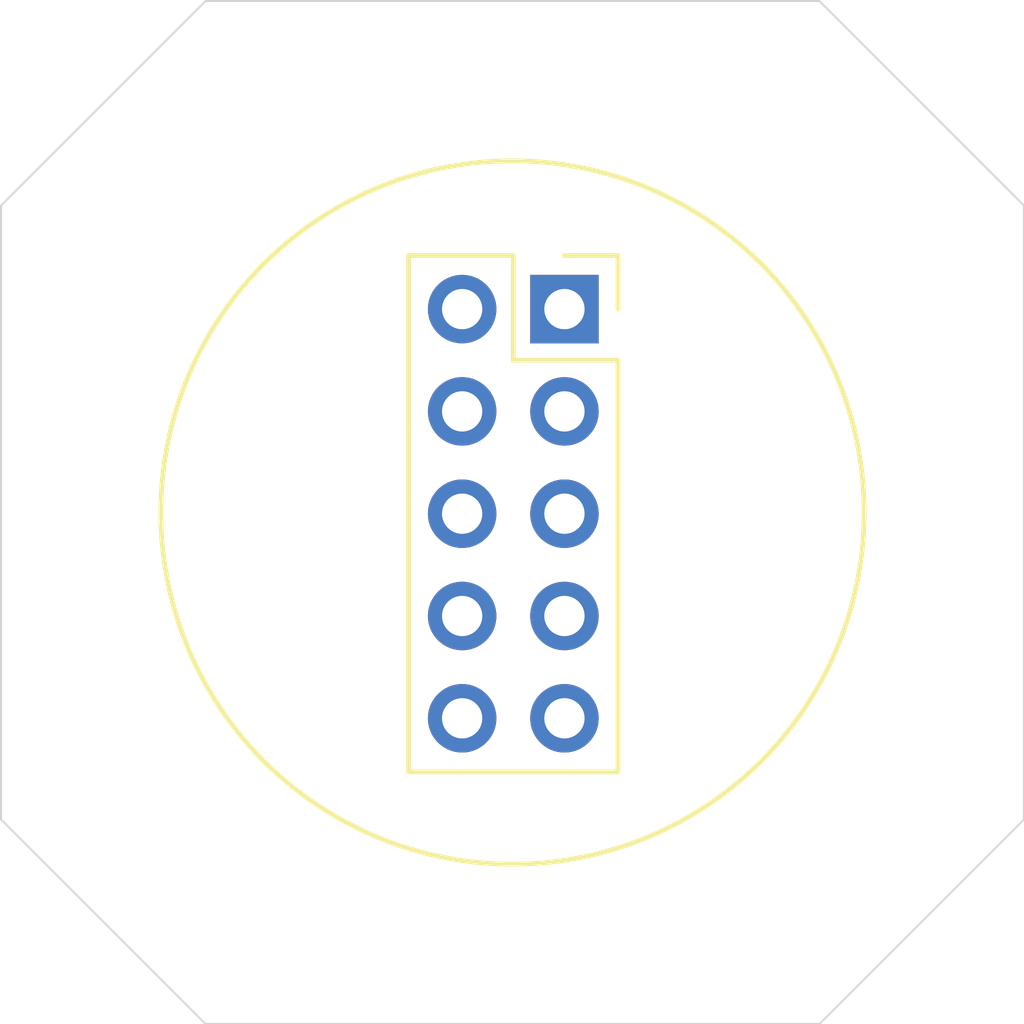
<source format=kicad_pcb>
(kicad_pcb (version 20171130) (host pcbnew 5.1.8+dfsg1-1+b1)

  (general
    (thickness 1.6)
    (drawings 9)
    (tracks 0)
    (zones 0)
    (modules 1)
    (nets 1)
  )

  (page A4)
  (layers
    (0 F.Cu signal)
    (31 B.Cu signal)
    (32 B.Adhes user)
    (33 F.Adhes user)
    (34 B.Paste user)
    (35 F.Paste user)
    (36 B.SilkS user)
    (37 F.SilkS user)
    (38 B.Mask user)
    (39 F.Mask user)
    (40 Dwgs.User user)
    (41 Cmts.User user)
    (42 Eco1.User user)
    (43 Eco2.User user)
    (44 Edge.Cuts user)
    (45 Margin user)
    (46 B.CrtYd user)
    (47 F.CrtYd user)
    (48 B.Fab user hide)
    (49 F.Fab user hide)
  )

  (setup
    (last_trace_width 0.25)
    (trace_clearance 0.2)
    (zone_clearance 0.508)
    (zone_45_only no)
    (trace_min 0.2)
    (via_size 0.8)
    (via_drill 0.4)
    (via_min_size 0.4)
    (via_min_drill 0.3)
    (uvia_size 0.3)
    (uvia_drill 0.1)
    (uvias_allowed no)
    (uvia_min_size 0.2)
    (uvia_min_drill 0.1)
    (edge_width 0.05)
    (segment_width 0.2)
    (pcb_text_width 0.3)
    (pcb_text_size 1.5 1.5)
    (mod_edge_width 0.12)
    (mod_text_size 1 1)
    (mod_text_width 0.15)
    (pad_size 1.524 1.524)
    (pad_drill 0.762)
    (pad_to_mask_clearance 0.05)
    (aux_axis_origin 0 0)
    (visible_elements FFFFFF7F)
    (pcbplotparams
      (layerselection 0x010fc_ffffffff)
      (usegerberextensions false)
      (usegerberattributes false)
      (usegerberadvancedattributes false)
      (creategerberjobfile false)
      (excludeedgelayer true)
      (linewidth 0.100000)
      (plotframeref false)
      (viasonmask false)
      (mode 1)
      (useauxorigin false)
      (hpglpennumber 1)
      (hpglpenspeed 20)
      (hpglpendiameter 15.000000)
      (psnegative false)
      (psa4output false)
      (plotreference true)
      (plotvalue true)
      (plotinvisibletext false)
      (padsonsilk false)
      (subtractmaskfromsilk false)
      (outputformat 1)
      (mirror false)
      (drillshape 0)
      (scaleselection 1)
      (outputdirectory "gbr-2020-07-27/"))
  )

  (net 0 "")

  (net_class Default "This is the default net class."
    (clearance 0.2)
    (trace_width 0.25)
    (via_dia 0.8)
    (via_drill 0.4)
    (uvia_dia 0.3)
    (uvia_drill 0.1)
  )

  (module Connector_PinSocket_2.54mm:PinSocket_2x05_P2.54mm_Vertical (layer F.Cu) (tedit 5F188986) (tstamp 5F194800)
    (at 176.55 129.57)
    (descr "Through hole straight socket strip, 2x05, 2.54mm pitch, double cols (from Kicad 4.0.7), script generated")
    (tags "Through hole socket strip THT 2x05 2.54mm double row")
    (fp_text reference REF** (at 1 -2.06) (layer F.SilkS) hide
      (effects (font (size 1 1) (thickness 0.15)))
    )
    (fp_text value PinSocket_2x05_P2.54mm_Vertical (at 1 12.06) (layer F.Fab)
      (effects (font (size 1 1) (thickness 0.15)))
    )
    (fp_line (start -3.81 -1.27) (end 0.27 -1.27) (layer F.Fab) (width 0.1))
    (fp_line (start 0.27 -1.27) (end 1.27 -0.27) (layer F.Fab) (width 0.1))
    (fp_line (start 1.27 -0.27) (end 1.27 11.43) (layer F.Fab) (width 0.1))
    (fp_line (start 1.27 11.43) (end -3.81 11.43) (layer F.Fab) (width 0.1))
    (fp_line (start -3.81 11.43) (end -3.81 -1.27) (layer F.Fab) (width 0.1))
    (fp_line (start -3.87 -1.33) (end -1.27 -1.33) (layer F.SilkS) (width 0.12))
    (fp_line (start -3.87 -1.33) (end -3.87 11.49) (layer F.SilkS) (width 0.12))
    (fp_line (start -3.87 11.49) (end 1.33 11.49) (layer F.SilkS) (width 0.12))
    (fp_line (start 1.33 1.27) (end 1.33 11.49) (layer F.SilkS) (width 0.12))
    (fp_line (start -1.27 1.27) (end 1.33 1.27) (layer F.SilkS) (width 0.12))
    (fp_line (start -1.27 -1.33) (end -1.27 1.27) (layer F.SilkS) (width 0.12))
    (fp_line (start 1.33 -1.33) (end 1.33 0) (layer F.SilkS) (width 0.12))
    (fp_line (start 0 -1.33) (end 1.33 -1.33) (layer F.SilkS) (width 0.12))
    (fp_line (start -4.34 -1.8) (end 1.76 -1.8) (layer F.CrtYd) (width 0.05))
    (fp_line (start 1.76 -1.8) (end 1.76 11.9) (layer F.CrtYd) (width 0.05))
    (fp_line (start 1.76 11.9) (end -4.34 11.9) (layer F.CrtYd) (width 0.05))
    (fp_line (start -4.34 11.9) (end -4.34 -1.8) (layer F.CrtYd) (width 0.05))
    (fp_text user %R (at 1 5 90) (layer F.Fab)
      (effects (font (size 1 1) (thickness 0.15)))
    )
    (pad 10 thru_hole oval (at -2.54 10.16) (size 1.7 1.7) (drill 1) (layers *.Cu *.Mask))
    (pad 9 thru_hole oval (at 0 10.16) (size 1.7 1.7) (drill 1) (layers *.Cu *.Mask))
    (pad 8 thru_hole oval (at -2.54 7.62) (size 1.7 1.7) (drill 1) (layers *.Cu *.Mask))
    (pad 7 thru_hole oval (at 0 7.62) (size 1.7 1.7) (drill 1) (layers *.Cu *.Mask))
    (pad 6 thru_hole oval (at -2.54 5.08) (size 1.7 1.7) (drill 1) (layers *.Cu *.Mask))
    (pad 5 thru_hole oval (at 0 5.08) (size 1.7 1.7) (drill 1) (layers *.Cu *.Mask))
    (pad 4 thru_hole oval (at -2.54 2.54) (size 1.7 1.7) (drill 1) (layers *.Cu *.Mask))
    (pad 3 thru_hole oval (at 0 2.54) (size 1.7 1.7) (drill 1) (layers *.Cu *.Mask))
    (pad 2 thru_hole oval (at -2.54 0) (size 1.7 1.7) (drill 1) (layers *.Cu *.Mask))
    (pad 1 thru_hole rect (at 0 0) (size 1.7 1.7) (drill 1) (layers *.Cu *.Mask))
    (model ${KIPRJMOD}/ESQ-105-13-L-D.stp
      (offset (xyz -1.27 -5.08 2.54))
      (scale (xyz 1 1 1))
      (rotate (xyz -90 0 90))
    )
  )

  (gr_line (start 182.88 121.92) (end 187.96 127) (layer Edge.Cuts) (width 0.05) (tstamp 5FDE9990))
  (gr_line (start 167.64 121.92) (end 162.56 127) (layer Edge.Cuts) (width 0.05) (tstamp 5FDE998E))
  (gr_line (start 167.64 147.32) (end 162.56 142.24) (layer Edge.Cuts) (width 0.05) (tstamp 5FDE998A))
  (gr_line (start 187.96 142.24) (end 182.88 147.32) (layer Edge.Cuts) (width 0.05) (tstamp 5FDE9988))
  (gr_circle (center 175.26 134.62) (end 183.99125 134.62) (layer F.SilkS) (width 0.12))
  (gr_line (start 162.56 142.24) (end 162.56 127) (layer Edge.Cuts) (width 0.05))
  (gr_line (start 182.88 147.32) (end 167.64 147.32) (layer Edge.Cuts) (width 0.05))
  (gr_line (start 187.96 127) (end 187.96 142.24) (layer Edge.Cuts) (width 0.05))
  (gr_line (start 167.64 121.92) (end 182.88 121.92) (layer Edge.Cuts) (width 0.05))

)

</source>
